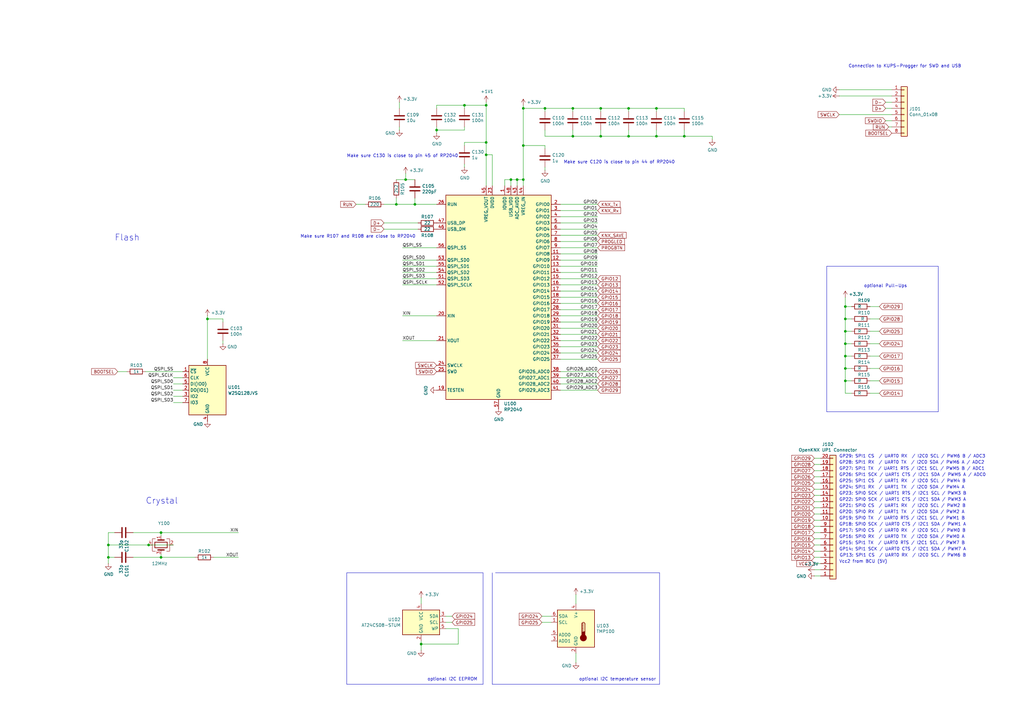
<source format=kicad_sch>
(kicad_sch (version 20231120) (generator "eeschema") (generator_version "8.0")
  (paper "A3")
  (title_block (title "UP1-Controller2040") (date "2025-01-27") (rev "V01.01") (company "OpenKNX") (comment 1 "by Ing-Dom <dom@ing-dom.de>") (comment 2 "OpenKNX Open Hardware under CC BY-NC-SA 4.0") (comment 3 "UP1-Controller PCB with RP2040 MCU") (comment 4 "https://OpenKNX.de"))
  (lib_symbols
    (symbol "Connector_Generic:Conn_01x08" (pin_names (offset 1.016) hide)
      (property "Reference" "J" (at 0 10.16 0))
      (property "Value" "Conn_01x08" (at 0 -12.7 0))
      (symbol "Conn_01x08_1_1"
        (pin passive line (at -5.08 7.62 0) (length 3.81) (name "Pin_1") (number "1"))
        (pin passive line (at -5.08 5.08 0) (length 3.81) (name "Pin_2") (number "2"))
        (pin passive line (at -5.08 2.54 0) (length 3.81) (name "Pin_3") (number "3"))
        (pin passive line (at -5.08 0 0) (length 3.81) (name "Pin_4") (number "4"))
        (pin passive line (at -5.08 -2.54 0) (length 3.81) (name "Pin_5") (number "5"))
        (pin passive line (at -5.08 -5.08 0) (length 3.81) (name "Pin_6") (number "6"))
        (pin passive line (at -5.08 -7.62 0) (length 3.81) (name "Pin_7") (number "7"))
        (pin passive line (at -5.08 -10.16 0) (length 3.81) (name "Pin_8") (number "8"))
      )
    )
    (symbol "Connector_Generic:Conn_01x20" (pin_names (offset 1.016) hide)
      (property "Reference" "J" (at 0 25.4 0))
      (property "Value" "Conn_01x20" (at 0 -27.94 0))
      (symbol "Conn_01x20_1_1"
        (pin passive line (at -5.08 22.86 0) (length 3.81) (name "Pin_1") (number "1"))
        (pin passive line (at -5.08 0 0) (length 3.81) (name "Pin_10") (number "10"))
        (pin passive line (at -5.08 -2.54 0) (length 3.81) (name "Pin_11") (number "11"))
        (pin passive line (at -5.08 -5.08 0) (length 3.81) (name "Pin_12") (number "12"))
        (pin passive line (at -5.08 -7.62 0) (length 3.81) (name "Pin_13") (number "13"))
        (pin passive line (at -5.08 -10.16 0) (length 3.81) (name "Pin_14") (number "14"))
        (pin passive line (at -5.08 -12.7 0) (length 3.81) (name "Pin_15") (number "15"))
        (pin passive line (at -5.08 -15.24 0) (length 3.81) (name "Pin_16") (number "16"))
        (pin passive line (at -5.08 -17.78 0) (length 3.81) (name "Pin_17") (number "17"))
        (pin passive line (at -5.08 -20.32 0) (length 3.81) (name "Pin_18") (number "18"))
        (pin passive line (at -5.08 -22.86 0) (length 3.81) (name "Pin_19") (number "19"))
        (pin passive line (at -5.08 20.32 0) (length 3.81) (name "Pin_2") (number "2"))
        (pin passive line (at -5.08 -25.4 0) (length 3.81) (name "Pin_20") (number "20"))
        (pin passive line (at -5.08 17.78 0) (length 3.81) (name "Pin_3") (number "3"))
        (pin passive line (at -5.08 15.24 0) (length 3.81) (name "Pin_4") (number "4"))
        (pin passive line (at -5.08 12.7 0) (length 3.81) (name "Pin_5") (number "5"))
        (pin passive line (at -5.08 10.16 0) (length 3.81) (name "Pin_6") (number "6"))
        (pin passive line (at -5.08 7.62 0) (length 3.81) (name "Pin_7") (number "7"))
        (pin passive line (at -5.08 5.08 0) (length 3.81) (name "Pin_8") (number "8"))
        (pin passive line (at -5.08 2.54 0) (length 3.81) (name "Pin_9") (number "9"))
      )
    )
    (symbol "Device:C" (pin_numbers hide) (pin_names (offset 0.254))
      (property "Reference" "C" (at 0.635 2.54 0))
      (property "Value" "C" (at 0.635 -2.54 0))
      (symbol "C_1_1"
        (pin passive line (at 0 3.81 270) (length 2.794) (name "~") (number "1"))
        (pin passive line (at 0 -3.81 90) (length 2.794) (name "~") (number "2"))
      )
    )
    (symbol "Device:Crystal_GND24" (pin_names (offset 1.016) hide)
      (property "Reference" "Y" (at 3.175 5.08 0))
      (property "Value" "Crystal_GND24" (at 3.175 3.175 0))
      (symbol "Crystal_GND24_1_1"
        (pin passive line (at -3.81 0 0) (length 1.27) (name "1") (number "1"))
        (pin passive line (at 0 5.08 270) (length 1.27) (name "2") (number "2"))
        (pin passive line (at 3.81 0 180) (length 1.27) (name "3") (number "3"))
        (pin passive line (at 0 -5.08 90) (length 1.27) (name "4") (number "4"))
      )
    )
    (symbol "Device:R" (pin_numbers hide) (pin_names (offset 0))
      (property "Reference" "R" (at 2.032 0 90))
      (property "Value" "R" (at 0 0 90))
      (symbol "R_1_1"
        (pin passive line (at 0 3.81 270) (length 1.27) (name "~") (number "1"))
        (pin passive line (at 0 -3.81 90) (length 1.27) (name "~") (number "2"))
      )
    )
    (symbol "MCU_RaspberryPi:RP2040"
      (property "Reference" "U" (at 17.78 45.72 0))
      (property "Value" "RP2040" (at 17.78 43.18 0))
      (symbol "RP2040_1_1"
        (pin power_in line (at 2.54 45.72 270) (length 3.81) (name "IOVDD") (number "1"))
        (pin passive line (at 2.54 45.72 270) (length 3.81) hide (name "IOVDD") (number "10"))
        (pin bidirectional line (at 25.4 17.78 180) (length 3.81) (name "GPIO8") (number "11"))
        (pin bidirectional line (at 25.4 15.24 180) (length 3.81) (name "GPIO9") (number "12"))
        (pin bidirectional line (at 25.4 12.7 180) (length 3.81) (name "GPIO10") (number "13"))
        (pin bidirectional line (at 25.4 10.16 180) (length 3.81) (name "GPIO11") (number "14"))
        (pin bidirectional line (at 25.4 7.62 180) (length 3.81) (name "GPIO12") (number "15"))
        (pin bidirectional line (at 25.4 5.08 180) (length 3.81) (name "GPIO13") (number "16"))
        (pin bidirectional line (at 25.4 2.54 180) (length 3.81) (name "GPIO14") (number "17"))
        (pin bidirectional line (at 25.4 0 180) (length 3.81) (name "GPIO15") (number "18"))
        (pin input line (at -25.4 -38.1 0) (length 3.81) (name "TESTEN") (number "19"))
        (pin bidirectional line (at 25.4 38.1 180) (length 3.81) (name "GPIO0") (number "2"))
        (pin input line (at -25.4 -7.62 0) (length 3.81) (name "XIN") (number "20"))
        (pin passive line (at -25.4 -17.78 0) (length 3.81) (name "XOUT") (number "21"))
        (pin passive line (at 2.54 45.72 270) (length 3.81) hide (name "IOVDD") (number "22"))
        (pin power_in line (at -2.54 45.72 270) (length 3.81) (name "DVDD") (number "23"))
        (pin input line (at -25.4 -27.94 0) (length 3.81) (name "SWCLK") (number "24"))
        (pin bidirectional line (at -25.4 -30.48 0) (length 3.81) (name "SWD") (number "25"))
        (pin input line (at -25.4 38.1 0) (length 3.81) (name "RUN") (number "26"))
        (pin bidirectional line (at 25.4 -2.54 180) (length 3.81) (name "GPIO16") (number "27"))
        (pin bidirectional line (at 25.4 -5.08 180) (length 3.81) (name "GPIO17") (number "28"))
        (pin bidirectional line (at 25.4 -7.62 180) (length 3.81) (name "GPIO18") (number "29"))
        (pin bidirectional line (at 25.4 35.56 180) (length 3.81) (name "GPIO1") (number "3"))
        (pin bidirectional line (at 25.4 -10.16 180) (length 3.81) (name "GPIO19") (number "30"))
        (pin bidirectional line (at 25.4 -12.7 180) (length 3.81) (name "GPIO20") (number "31"))
        (pin bidirectional line (at 25.4 -15.24 180) (length 3.81) (name "GPIO21") (number "32"))
        (pin passive line (at 2.54 45.72 270) (length 3.81) hide (name "IOVDD") (number "33"))
        (pin bidirectional line (at 25.4 -17.78 180) (length 3.81) (name "GPIO22") (number "34"))
        (pin bidirectional line (at 25.4 -20.32 180) (length 3.81) (name "GPIO23") (number "35"))
        (pin bidirectional line (at 25.4 -22.86 180) (length 3.81) (name "GPIO24") (number "36"))
        (pin bidirectional line (at 25.4 -25.4 180) (length 3.81) (name "GPIO25") (number "37"))
        (pin bidirectional line (at 25.4 -30.48 180) (length 3.81) (name "GPIO26_ADC0") (number "38"))
        (pin bidirectional line (at 25.4 -33.02 180) (length 3.81) (name "GPIO27_ADC1") (number "39"))
        (pin bidirectional line (at 25.4 33.02 180) (length 3.81) (name "GPIO2") (number "4"))
        (pin bidirectional line (at 25.4 -35.56 180) (length 3.81) (name "GPIO28_ADC2") (number "40"))
        (pin bidirectional line (at 25.4 -38.1 180) (length 3.81) (name "GPIO29_ADC3") (number "41"))
        (pin passive line (at 2.54 45.72 270) (length 3.81) hide (name "IOVDD") (number "42"))
        (pin power_in line (at 7.62 45.72 270) (length 3.81) (name "ADC_AVDD") (number "43"))
        (pin power_in line (at 10.16 45.72 270) (length 3.81) (name "VREG_IN") (number "44"))
        (pin power_out line (at -5.08 45.72 270) (length 3.81) (name "VREG_VOUT") (number "45"))
        (pin bidirectional line (at -25.4 27.94 0) (length 3.81) (name "USB_DM") (number "46"))
        (pin bidirectional line (at -25.4 30.48 0) (length 3.81) (name "USB_DP") (number "47"))
        (pin power_in line (at 5.08 45.72 270) (length 3.81) (name "USB_VDD") (number "48"))
        (pin passive line (at 2.54 45.72 270) (length 3.81) hide (name "IOVDD") (number "49"))
        (pin bidirectional line (at 25.4 30.48 180) (length 3.81) (name "GPIO3") (number "5"))
        (pin passive line (at -2.54 45.72 270) (length 3.81) hide (name "DVDD") (number "50"))
        (pin bidirectional line (at -25.4 7.62 0) (length 3.81) (name "QSPI_SD3") (number "51"))
        (pin output line (at -25.4 5.08 0) (length 3.81) (name "QSPI_SCLK") (number "52"))
        (pin bidirectional line (at -25.4 15.24 0) (length 3.81) (name "QSPI_SD0") (number "53"))
        (pin bidirectional line (at -25.4 10.16 0) (length 3.81) (name "QSPI_SD2") (number "54"))
        (pin bidirectional line (at -25.4 12.7 0) (length 3.81) (name "QSPI_SD1") (number "55"))
        (pin bidirectional line (at -25.4 20.32 0) (length 3.81) (name "QSPI_SS") (number "56"))
        (pin power_in line (at 0 -45.72 90) (length 3.81) (name "GND") (number "57"))
        (pin bidirectional line (at 25.4 27.94 180) (length 3.81) (name "GPIO4") (number "6"))
        (pin bidirectional line (at 25.4 25.4 180) (length 3.81) (name "GPIO5") (number "7"))
        (pin bidirectional line (at 25.4 22.86 180) (length 3.81) (name "GPIO6") (number "8"))
        (pin bidirectional line (at 25.4 20.32 180) (length 3.81) (name "GPIO7") (number "9"))
      )
    )
    (symbol "Memory_EEPROM:AT24CS08-STUM"
      (property "Reference" "U" (at -7.62 6.35 0))
      (property "Value" "AT24CS08-STUM" (at 2.54 -6.35 0))
      (symbol "AT24CS08-STUM_1_1"
        (pin input line (at 10.16 0 180) (length 2.54) (name "SCL") (number "1"))
        (pin power_in line (at 0 -7.62 90) (length 2.54) (name "GND") (number "2"))
        (pin bidirectional line (at 10.16 2.54 180) (length 2.54) (name "SDA") (number "3"))
        (pin power_in line (at 0 7.62 270) (length 2.54) (name "VCC") (number "4"))
        (pin input line (at 10.16 -2.54 180) (length 2.54) (name "WP") (number "5"))
      )
    )
    (symbol "Memory_Flash:W25Q128JVS"
      (property "Reference" "U" (at -6.35 11.43 0))
      (property "Value" "W25Q128JVS" (at 7.62 11.43 0))
      (symbol "W25Q128JVS_1_1"
        (pin input line (at -10.16 7.62 0) (length 2.54) (name "~{CS}") (number "1"))
        (pin bidirectional line (at -10.16 0 0) (length 2.54) (name "DO(IO1)") (number "2"))
        (pin bidirectional line (at -10.16 -2.54 0) (length 2.54) (name "IO2") (number "3"))
        (pin power_in line (at 0 -12.7 90) (length 2.54) (name "GND") (number "4"))
        (pin bidirectional line (at -10.16 2.54 0) (length 2.54) (name "DI(IO0)") (number "5"))
        (pin input line (at -10.16 5.08 0) (length 2.54) (name "CLK") (number "6"))
        (pin bidirectional line (at -10.16 -5.08 0) (length 2.54) (name "IO3") (number "7"))
        (pin power_in line (at 0 12.7 270) (length 2.54) (name "VCC") (number "8"))
      )
    )
    (symbol "Sensor_Temperature:TMP100"
      (property "Reference" "U" (at 10.16 6.35 0))
      (property "Value" "TMP100" (at 12.7 3.81 0))
      (symbol "TMP100_1_1"
        (pin input line (at -10.16 2.54 0) (length 2.54) (name "SCL") (number "1"))
        (pin power_in line (at 0 -10.16 90) (length 2.54) (name "GND") (number "2"))
        (pin input line (at -10.16 -5.08 0) (length 2.54) (name "ADD1") (number "3"))
        (pin power_in line (at 0 10.16 270) (length 2.54) (name "V+") (number "4"))
        (pin input line (at -10.16 -2.54 0) (length 2.54) (name "ADD0") (number "5"))
        (pin bidirectional line (at -10.16 5.08 0) (length 2.54) (name "SDA") (number "6"))
      )
    )
    (symbol "power:+1V1" (power) (pin_numbers hide) (pin_names (offset 0) hide)
      (property "Value" "+1V1" (at 0 3.556 0))
      (symbol "+1V1_1_1"
        (pin power_in line (at 0 0 90) (length 0) (name "~") (number "1"))
      )
    )
    (symbol "power:+3.3V" (power) (pin_numbers hide) (pin_names (offset 0) hide)
      (property "Value" "+3.3V" (at 0 3.556 0))
      (symbol "+3.3V_1_1"
        (pin power_in line (at 0 0 90) (length 0) (name "~") (number "1"))
      )
    )
    (symbol "power:GND" (power) (pin_numbers hide) (pin_names (offset 0) hide)
      (property "Value" "GND" (at 0 -3.81 0))
      (symbol "GND_1_1"
        (pin power_in line (at 0 0 270) (length 0) (name "~") (number "1"))
      )
    )
  )
  (junction (at 66.04 218.44))
  (junction (at 179.07 53.34))
  (junction (at 223.52 44.45))
  (junction (at 199.39 63.5))
  (junction (at 214.63 44.45))
  (junction (at 269.24 55.88))
  (junction (at 234.95 44.45))
  (junction (at 66.04 228.6))
  (junction (at 257.81 44.45))
  (junction (at 346.71 151.13))
  (junction (at 346.71 146.05))
  (junction (at 346.71 140.97))
  (junction (at 346.71 125.73))
  (junction (at 162.56 83.82))
  (junction (at 346.71 130.81))
  (junction (at 212.09 73.66))
  (junction (at 214.63 59.69))
  (junction (at 199.39 58.42))
  (junction (at 257.81 55.88))
  (junction (at 166.37 73.66))
  (junction (at 85.09 130.81))
  (junction (at 44.45 223.52))
  (junction (at 234.95 55.88))
  (junction (at 346.71 156.21))
  (junction (at 170.18 83.82))
  (junction (at 199.39 43.18))
  (junction (at 269.24 44.45))
  (junction (at 190.5 43.18))
  (junction (at 214.63 73.66))
  (junction (at 172.72 264.16))
  (junction (at 60.96 223.52))
  (junction (at 246.38 55.88))
  (junction (at 246.38 44.45))
  (junction (at 346.71 135.89))
  (junction (at 280.67 55.88))
  (junction (at 209.55 73.66))
  (junction (at 44.45 228.6))
  (wire (pts (xy 71.12 223.52) (xy 60.96 223.52)))
  (wire (pts (xy 346.71 121.92) (xy 346.71 125.73)))
  (wire (pts (xy 229.87 132.08) (xy 245.11 132.08)))
  (wire (pts (xy 229.87 142.24) (xy 245.11 142.24)))
  (wire (pts (xy 199.39 58.42) (xy 199.39 63.5)))
  (wire (pts (xy 46.99 218.44) (xy 44.45 218.44)))
  (wire (pts (xy 48.26 152.4) (xy 52.07 152.4)))
  (wire (pts (xy 229.87 104.14) (xy 245.11 104.14)))
  (wire (pts (xy 346.71 125.73) (xy 346.71 130.81)))
  (polyline (pts (xy 339.09 109.22) (xy 339.09 168.91)))
  (wire (pts (xy 46.99 228.6) (xy 44.45 228.6)))
  (wire (pts (xy 229.87 129.54) (xy 245.11 129.54)))
  (polyline (pts (xy 198.12 280.67) (xy 198.12 234.95)))
  (wire (pts (xy 185.42 252.73) (xy 182.88 252.73)))
  (wire (pts (xy 344.17 46.99) (xy 365.76 46.99)))
  (wire (pts (xy 280.67 45.72) (xy 280.67 44.45)))
  (polyline (pts (xy 384.81 168.91) (xy 384.81 109.22)))
  (wire (pts (xy 336.55 220.98) (xy 334.01 220.98)))
  (wire (pts (xy 87.63 228.6) (xy 97.79 228.6)))
  (wire (pts (xy 349.25 130.81) (xy 346.71 130.81)))
  (wire (pts (xy 199.39 43.18) (xy 199.39 58.42)))
  (wire (pts (xy 349.25 135.89) (xy 346.71 135.89)))
  (wire (pts (xy 166.37 71.12) (xy 166.37 73.66)))
  (wire (pts (xy 363.22 49.53) (xy 365.76 49.53)))
  (wire (pts (xy 157.48 83.82) (xy 162.56 83.82)))
  (wire (pts (xy 356.87 156.21) (xy 360.68 156.21)))
  (wire (pts (xy 44.45 223.52) (xy 44.45 228.6)))
  (wire (pts (xy 229.87 83.82) (xy 245.11 83.82)))
  (wire (pts (xy 280.67 53.34) (xy 280.67 55.88)))
  (wire (pts (xy 234.95 53.34) (xy 234.95 55.88)))
  (wire (pts (xy 334.01 228.6) (xy 336.55 228.6)))
  (wire (pts (xy 346.71 161.29) (xy 349.25 161.29)))
  (wire (pts (xy 190.5 59.69) (xy 190.5 58.42)))
  (wire (pts (xy 172.72 262.89) (xy 172.72 264.16)))
  (wire (pts (xy 146.05 83.82) (xy 149.86 83.82)))
  (wire (pts (xy 229.87 127) (xy 245.11 127)))
  (wire (pts (xy 334.01 213.36) (xy 336.55 213.36)))
  (wire (pts (xy 179.07 53.34) (xy 190.5 53.34)))
  (wire (pts (xy 363.22 44.45) (xy 365.76 44.45)))
  (wire (pts (xy 214.63 44.45) (xy 214.63 59.69)))
  (wire (pts (xy 257.81 44.45) (xy 269.24 44.45)))
  (wire (pts (xy 71.12 160.02) (xy 74.93 160.02)))
  (wire (pts (xy 229.87 96.52) (xy 245.11 96.52)))
  (wire (pts (xy 162.56 83.82) (xy 170.18 83.82)))
  (wire (pts (xy 170.18 81.28) (xy 170.18 83.82)))
  (wire (pts (xy 334.01 233.68) (xy 336.55 233.68)))
  (wire (pts (xy 229.87 99.06) (xy 245.11 99.06)))
  (wire (pts (xy 71.12 157.48) (xy 74.93 157.48)))
  (wire (pts (xy 229.87 93.98) (xy 245.11 93.98)))
  (wire (pts (xy 85.09 130.81) (xy 85.09 147.32)))
  (wire (pts (xy 334.01 187.96) (xy 336.55 187.96)))
  (wire (pts (xy 234.95 44.45) (xy 246.38 44.45)))
  (wire (pts (xy 229.87 91.44) (xy 245.11 91.44)))
  (wire (pts (xy 162.56 81.28) (xy 162.56 83.82)))
  (wire (pts (xy 171.45 93.98) (xy 157.48 93.98)))
  (wire (pts (xy 166.37 73.66) (xy 162.56 73.66)))
  (wire (pts (xy 179.07 44.45) (xy 179.07 43.18)))
  (wire (pts (xy 190.5 67.31) (xy 190.5 68.58)))
  (wire (pts (xy 229.87 111.76) (xy 245.11 111.76)))
  (wire (pts (xy 349.25 125.73) (xy 346.71 125.73)))
  (wire (pts (xy 71.12 162.56) (xy 74.93 162.56)))
  (polyline (pts (xy 203.2 234.95) (xy 270.51 234.95)))
  (polyline (pts (xy 201.93 280.67) (xy 201.93 234.95)))
  (wire (pts (xy 360.68 130.81) (xy 356.87 130.81)))
  (wire (pts (xy 201.93 76.2) (xy 201.93 63.5)))
  (wire (pts (xy 229.87 106.68) (xy 245.11 106.68)))
  (wire (pts (xy 334.01 205.74) (xy 336.55 205.74)))
  (wire (pts (xy 187.96 264.16) (xy 187.96 257.81)))
  (wire (pts (xy 334.01 218.44) (xy 336.55 218.44)))
  (wire (pts (xy 344.17 36.83) (xy 365.76 36.83)))
  (wire (pts (xy 165.1 114.3) (xy 179.07 114.3)))
  (wire (pts (xy 344.17 39.37) (xy 365.76 39.37)))
  (wire (pts (xy 179.07 43.18) (xy 190.5 43.18)))
  (wire (pts (xy 229.87 137.16) (xy 245.11 137.16)))
  (wire (pts (xy 229.87 88.9) (xy 245.11 88.9)))
  (wire (pts (xy 280.67 55.88) (xy 269.24 55.88)))
  (polyline (pts (xy 270.51 234.95) (xy 270.51 280.67)))
  (wire (pts (xy 172.72 264.16) (xy 187.96 264.16)))
  (wire (pts (xy 269.24 44.45) (xy 280.67 44.45)))
  (wire (pts (xy 190.5 53.34) (xy 190.5 52.07)))
  (wire (pts (xy 336.55 195.58) (xy 334.01 195.58)))
  (wire (pts (xy 246.38 55.88) (xy 234.95 55.88)))
  (wire (pts (xy 71.12 165.1) (xy 74.93 165.1)))
  (wire (pts (xy 229.87 157.48) (xy 245.11 157.48)))
  (wire (pts (xy 336.55 226.06) (xy 334.01 226.06)))
  (wire (pts (xy 201.93 63.5) (xy 199.39 63.5)))
  (wire (pts (xy 91.44 130.81) (xy 85.09 130.81)))
  (wire (pts (xy 229.87 116.84) (xy 245.11 116.84)))
  (wire (pts (xy 199.39 63.5) (xy 199.39 76.2)))
  (wire (pts (xy 59.69 152.4) (xy 74.93 152.4)))
  (wire (pts (xy 54.61 218.44) (xy 66.04 218.44)))
  (wire (pts (xy 229.87 119.38) (xy 245.11 119.38)))
  (wire (pts (xy 346.71 146.05) (xy 346.71 151.13)))
  (wire (pts (xy 269.24 53.34) (xy 269.24 55.88)))
  (wire (pts (xy 229.87 152.4) (xy 245.11 152.4)))
  (wire (pts (xy 222.25 255.27) (xy 226.06 255.27)))
  (wire (pts (xy 179.07 101.6) (xy 165.1 101.6)))
  (wire (pts (xy 66.04 219.71) (xy 66.04 218.44)))
  (wire (pts (xy 229.87 124.46) (xy 245.11 124.46)))
  (wire (pts (xy 334.01 215.9) (xy 336.55 215.9)))
  (wire (pts (xy 349.25 156.21) (xy 346.71 156.21)))
  (wire (pts (xy 207.01 73.66) (xy 209.55 73.66)))
  (wire (pts (xy 334.01 231.14) (xy 336.55 231.14)))
  (wire (pts (xy 360.68 140.97) (xy 356.87 140.97)))
  (polyline (pts (xy 339.09 168.91) (xy 384.81 168.91)))
  (wire (pts (xy 223.52 68.58) (xy 223.52 69.85)))
  (polyline (pts (xy 142.24 234.95) (xy 142.24 280.67)))
  (wire (pts (xy 44.45 218.44) (xy 44.45 223.52)))
  (wire (pts (xy 190.5 43.18) (xy 199.39 43.18)))
  (wire (pts (xy 212.09 73.66) (xy 214.63 73.66)))
  (wire (pts (xy 226.06 252.73) (xy 222.25 252.73)))
  (wire (pts (xy 223.52 53.34) (xy 223.52 55.88)))
  (wire (pts (xy 172.72 264.16) (xy 172.72 266.7)))
  (wire (pts (xy 60.96 223.52) (xy 44.45 223.52)))
  (wire (pts (xy 246.38 44.45) (xy 257.81 44.45)))
  (wire (pts (xy 363.22 41.91) (xy 365.76 41.91)))
  (wire (pts (xy 269.24 55.88) (xy 257.81 55.88)))
  (wire (pts (xy 334.01 210.82) (xy 336.55 210.82)))
  (wire (pts (xy 66.04 227.33) (xy 66.04 228.6)))
  (wire (pts (xy 236.22 243.84) (xy 236.22 247.65)))
  (wire (pts (xy 229.87 147.32) (xy 245.11 147.32)))
  (wire (pts (xy 334.01 203.2) (xy 336.55 203.2)))
  (wire (pts (xy 207.01 76.2) (xy 207.01 73.66)))
  (wire (pts (xy 91.44 139.7) (xy 91.44 140.97)))
  (wire (pts (xy 165.1 109.22) (xy 179.07 109.22)))
  (wire (pts (xy 165.1 129.54) (xy 179.07 129.54)))
  (wire (pts (xy 229.87 144.78) (xy 245.11 144.78)))
  (wire (pts (xy 269.24 45.72) (xy 269.24 44.45)))
  (wire (pts (xy 349.25 151.13) (xy 346.71 151.13)))
  (wire (pts (xy 346.71 130.81) (xy 346.71 135.89)))
  (wire (pts (xy 165.1 106.68) (xy 179.07 106.68)))
  (wire (pts (xy 54.61 228.6) (xy 66.04 228.6)))
  (wire (pts (xy 356.87 146.05) (xy 360.68 146.05)))
  (wire (pts (xy 66.04 218.44) (xy 97.79 218.44)))
  (wire (pts (xy 336.55 200.66) (xy 334.01 200.66)))
  (wire (pts (xy 214.63 43.18) (xy 214.63 44.45)))
  (wire (pts (xy 172.72 245.11) (xy 172.72 247.65)))
  (wire (pts (xy 229.87 160.02) (xy 245.11 160.02)))
  (wire (pts (xy 334.01 236.22) (xy 336.55 236.22)))
  (wire (pts (xy 336.55 208.28) (xy 334.01 208.28)))
  (polyline (pts (xy 198.12 234.95) (xy 142.24 234.95)))
  (wire (pts (xy 214.63 59.69) (xy 223.52 59.69)))
  (wire (pts (xy 229.87 139.7) (xy 245.11 139.7)))
  (polyline (pts (xy 384.81 109.22) (xy 339.09 109.22)))
  (wire (pts (xy 179.07 116.84) (xy 165.1 116.84)))
  (wire (pts (xy 349.25 146.05) (xy 346.71 146.05)))
  (wire (pts (xy 334.01 193.04) (xy 336.55 193.04)))
  (wire (pts (xy 334.01 223.52) (xy 336.55 223.52)))
  (wire (pts (xy 91.44 132.08) (xy 91.44 130.81)))
  (wire (pts (xy 209.55 73.66) (xy 209.55 76.2)))
  (wire (pts (xy 280.67 55.88) (xy 292.1 55.88)))
  (wire (pts (xy 44.45 228.6) (xy 44.45 231.14)))
  (wire (pts (xy 364.49 52.07) (xy 365.76 52.07)))
  (wire (pts (xy 346.71 151.13) (xy 346.71 156.21)))
  (wire (pts (xy 85.09 129.54) (xy 85.09 130.81)))
  (polyline (pts (xy 142.24 280.67) (xy 198.12 280.67)))
  (wire (pts (xy 229.87 86.36) (xy 245.11 86.36)))
  (wire (pts (xy 165.1 111.76) (xy 179.07 111.76)))
  (wire (pts (xy 185.42 255.27) (xy 182.88 255.27)))
  (wire (pts (xy 190.5 44.45) (xy 190.5 43.18)))
  (wire (pts (xy 223.52 45.72) (xy 223.52 44.45)))
  (wire (pts (xy 212.09 73.66) (xy 212.09 76.2)))
  (wire (pts (xy 163.83 52.07) (xy 163.83 53.34)))
  (wire (pts (xy 229.87 154.94) (xy 245.11 154.94)))
  (wire (pts (xy 223.52 60.96) (xy 223.52 59.69)))
  (polyline (pts (xy 270.51 280.67) (xy 201.93 280.67)))
  (wire (pts (xy 71.12 154.94) (xy 74.93 154.94)))
  (wire (pts (xy 234.95 45.72) (xy 234.95 44.45)))
  (wire (pts (xy 209.55 73.66) (xy 212.09 73.66)))
  (wire (pts (xy 171.45 91.44) (xy 157.48 91.44)))
  (wire (pts (xy 229.87 114.3) (xy 245.11 114.3)))
  (wire (pts (xy 229.87 101.6) (xy 245.11 101.6)))
  (wire (pts (xy 229.87 134.62) (xy 245.11 134.62)))
  (wire (pts (xy 346.71 140.97) (xy 346.71 146.05)))
  (wire (pts (xy 199.39 41.91) (xy 199.39 43.18)))
  (wire (pts (xy 190.5 58.42) (xy 199.39 58.42)))
  (wire (pts (xy 292.1 55.88) (xy 292.1 57.15)))
  (wire (pts (xy 346.71 156.21) (xy 346.71 161.29)))
  (wire (pts (xy 236.22 267.97) (xy 236.22 271.78)))
  (wire (pts (xy 214.63 73.66) (xy 214.63 76.2)))
  (wire (pts (xy 360.68 151.13) (xy 356.87 151.13)))
  (wire (pts (xy 170.18 83.82) (xy 179.07 83.82)))
  (wire (pts (xy 257.81 55.88) (xy 246.38 55.88)))
  (wire (pts (xy 229.87 109.22) (xy 245.11 109.22)))
  (wire (pts (xy 257.81 45.72) (xy 257.81 44.45)))
  (wire (pts (xy 214.63 44.45) (xy 223.52 44.45)))
  (wire (pts (xy 179.07 52.07) (xy 179.07 53.34)))
  (wire (pts (xy 187.96 257.81) (xy 182.88 257.81)))
  (wire (pts (xy 246.38 53.34) (xy 246.38 55.88)))
  (wire (pts (xy 229.87 121.92) (xy 245.11 121.92)))
  (wire (pts (xy 163.83 41.91) (xy 163.83 44.45)))
  (wire (pts (xy 214.63 59.69) (xy 214.63 73.66)))
  (wire (pts (xy 234.95 55.88) (xy 223.52 55.88)))
  (wire (pts (xy 257.81 53.34) (xy 257.81 55.88)))
  (wire (pts (xy 360.68 125.73) (xy 356.87 125.73)))
  (wire (pts (xy 179.07 53.34) (xy 179.07 54.61)))
  (wire (pts (xy 336.55 190.5) (xy 334.01 190.5)))
  (wire (pts (xy 356.87 135.89) (xy 360.68 135.89)))
  (wire (pts (xy 179.07 139.7) (xy 165.1 139.7)))
  (wire (pts (xy 360.68 161.29) (xy 356.87 161.29)))
  (wire (pts (xy 334.01 198.12) (xy 336.55 198.12)))
  (wire (pts (xy 346.71 135.89) (xy 346.71 140.97)))
  (wire (pts (xy 170.18 73.66) (xy 166.37 73.66)))
  (wire (pts (xy 246.38 45.72) (xy 246.38 44.45)))
  (wire (pts (xy 346.71 140.97) (xy 349.25 140.97)))
  (wire (pts (xy 223.52 44.45) (xy 234.95 44.45)))
  (wire (pts (xy 66.04 228.6) (xy 80.01 228.6)))
  (text "Vcc2 from BCU (5V)" (at 344.17 231.14 0) (effects (font (size 1.27 1.27)) (justify left bottom)))
  (text "GP26: SPI1 SCK / UART1 CTS / I2C1 SDA / PWM5 A / ADC0" (at 344.17 195.58 0) (effects (font (size 1.27 1.27)) (justify left bottom)))
  (text "Make sure C130 is close to pin 45 of RP2040" (at 142.24 64.77 0) (effects (font (size 1.27 1.27)) (justify left bottom)))
  (text "GP24: SPI1 RX  / UART1 TX  / I2C0 SDA / PWM4 A" (at 344.17 200.66 0) (effects (font (size 1.27 1.27)) (justify left bottom)))
  (text "optional I2C temperature sensor" (at 237.49 279.4 0) (effects (font (size 1.27 1.27)) (justify left bottom)))
  (text "GP14: SPI1 SCK / UART0 CTS / I2C1 SDA / PWM7 A" (at 344.17 226.06 0) (effects (font (size 1.27 1.27)) (justify left bottom)))
  (text "GP25: SPI1 CS  / UART1 RX  / I2C0 SCL / PWM4 B" (at 344.17 198.12 0) (effects (font (size 1.27 1.27)) (justify left bottom)))
  (text "Flash" (at 46.99 99.06 0) (effects (font (size 2.54 2.54)) (justify left bottom)))
  (text "GP19: SPI0 TX  / UART0 RTS / I2C1 SCL / PWM1 B" (at 344.17 213.36 0) (effects (font (size 1.27 1.27)) (justify left bottom)))
  (text "optional I2C EEPROM" (at 175.26 279.4 0) (effects (font (size 1.27 1.27)) (justify left bottom)))
  (text "Crystal" (at 59.69 207.01 0) (effects (font (size 2.54 2.54)) (justify left bottom)))
  (text "GP29: SPI1 CS  / UART0 RX  / I2C0 SCL / PWM6 B / ADC3" (at 344.17 187.96 0) (effects (font (size 1.27 1.27)) (justify left bottom)))
  (text "GP20: SPI0 RX  / UART1 TX  / I2C0 SDA / PWM2 A" (at 344.17 210.82 0) (effects (font (size 1.27 1.27)) (justify left bottom)))
  (text "optional Pull-Ups" (at 354.33 118.11 0) (effects (font (size 1.27 1.27)) (justify left bottom)))
  (text "GP13: SPI1 CS  / UART0 RX  / I2C0 SCL / PWM6 B" (at 396.24 228.6 0) (effects (font (size 1.27 1.27)) (justify right bottom)))
  (text "GP21: SPI0 CS  / UART1 RX  / I2C0 SCL / PWM2 B" (at 344.17 208.28 0) (effects (font (size 1.27 1.27)) (justify left bottom)))
  (text "GP17: SPI0 CS  / UART0 RX  / I2C0 SCL / PWM0 B" (at 344.17 218.44 0) (effects (font (size 1.27 1.27)) (justify left bottom)))
  (text "GP16: SPI0 RX  / UART0 TX  / I2C0 SDA / PWM0 A" (at 344.17 220.98 0) (effects (font (size 1.27 1.27)) (justify left bottom)))
  (text "GP23: SPI0 SCK / UART1 RTS / I2C1 SCL / PWM3 B" (at 344.17 203.2 0) (effects (font (size 1.27 1.27)) (justify left bottom)))
  (text "Connection to KUPS-Progger for SWD and USB" (at 347.98 27.94 0) (effects (font (size 1.27 1.27)) (justify left bottom)))
  (text "GP15: SPI1 TX  / UART0 RTS / I2C1 SCL / PWM7 B" (at 344.17 223.52 0) (effects (font (size 1.27 1.27)) (justify left bottom)))
  (text "GP28: SPI1 RX  / UART0 TX  / I2C0 SDA / PWM6 A / ADC2" (at 344.17 190.5 0) (effects (font (size 1.27 1.27)) (justify left bottom)))
  (text "Make sure C120 is close to pin 44 of RP2040" (at 231.14 67.31 0) (effects (font (size 1.27 1.27)) (justify left bottom)))
  (text "GP18: SPI0 SCK / UART0 CTS / I2C1 SDA / PWM1 A" (at 344.17 215.9 0) (effects (font (size 1.27 1.27)) (justify left bottom)))
  (text "GP27: SPI1 TX  / UART1 RTS / I2C1 SCL / PWM5 B / ADC1" (at 344.17 193.04 0) (effects (font (size 1.27 1.27)) (justify left bottom)))
  (text "GP22: SPI0 SCK / UART1 CTS / I2C1 SDA / PWM3 A" (at 344.17 205.74 0) (effects (font (size 1.27 1.27)) (justify left bottom)))
  (text "Make sure R107 and R108 are close to RP2040" (at 123.19 97.79 0) (effects (font (size 1.27 1.27)) (justify left bottom)))
  (label "GPIO21" (at 245.11 137.16 180))
  (label "GPIO26_ADC0" (at 245.11 152.4 180))
  (label "XOUT" (at 165.1 139.7 0))
  (label "GPIO28_ADC2" (at 245.11 157.48 180))
  (label "GPIO20" (at 245.11 134.62 180))
  (label "XIN" (at 97.79 218.44 180))
  (label "QSPI_SS" (at 165.1 101.6 0))
  (label "GPIO16" (at 245.11 124.46 180))
  (label "QSPI_SD0" (at 165.1 106.68 0))
  (label "QSPI_SCLK" (at 71.12 154.94 180))
  (label "GPIO0" (at 245.11 83.82 180))
  (label "GPIO2" (at 245.11 88.9 180))
  (label "GPIO27_ADC1" (at 245.11 154.94 180))
  (label "QSPI_SD3" (at 71.12 165.1 180))
  (label "GPIO22" (at 245.11 139.7 180))
  (label "QSPI_SS" (at 71.12 152.4 180))
  (label "QSPI_SD1" (at 165.1 109.22 0))
  (label "GPIO9" (at 245.11 106.68 180))
  (label "GPIO13" (at 245.11 116.84 180))
  (label "QSPI_SD2" (at 165.1 111.76 0))
  (label "XIN" (at 165.1 129.54 0))
  (label "GPIO17" (at 245.11 127 180))
  (label "GPIO12" (at 245.11 114.3 180))
  (label "GPIO8" (at 245.11 104.14 180))
  (label "XOUT" (at 97.79 228.6 180))
  (label "GPIO23" (at 245.11 142.24 180))
  (label "GPIO11" (at 245.11 111.76 180))
  (label "GPIO18" (at 245.11 129.54 180))
  (label "GPIO19" (at 245.11 132.08 180))
  (label "QSPI_SD2" (at 71.12 162.56 180))
  (label "GPIO1" (at 245.11 86.36 180))
  (label "QSPI_SCLK" (at 165.1 116.84 0))
  (label "QSPI_SD1" (at 71.12 160.02 180))
  (label "GPIO15" (at 245.11 121.92 180))
  (label "QSPI_SD3" (at 165.1 114.3 0))
  (label "QSPI_SD0" (at 71.12 157.48 180))
  (label "GPIO24" (at 245.11 144.78 180))
  (label "GPIO5" (at 245.11 96.52 180))
  (label "GPIO14" (at 245.11 119.38 180))
  (label "GPIO6" (at 245.11 99.06 180))
  (label "GPIO25" (at 245.11 147.32 180))
  (label "GPIO10" (at 245.11 109.22 180))
  (label "GPIO4" (at 245.11 93.98 180))
  (label "GPIO3" (at 245.11 91.44 180))
  (label "GPIO7" (at 245.11 101.6 180))
  (label "GPIO29_ADC3" (at 245.11 160.02 180))
  (global_label "GPIO27" (shape input) (at 245.11 154.94 0) (property "Intersheetrefs" "${INTERSHEET_REFS}" (effects (hide yes))))
  (global_label "GPIO15" (shape input) (at 360.68 156.21 0) (property "Intersheetrefs" "${INTERSHEET_REFS}" (effects (hide yes))))
  (global_label "GPIO13" (shape input) (at 334.01 228.6 180) (property "Intersheetrefs" "${INTERSHEET_REFS}" (effects (hide yes))))
  (global_label "D-" (shape input) (at 157.48 93.98 180) (property "Intersheetrefs" "${INTERSHEET_REFS}" (effects (hide yes))))
  (global_label "GPIO28" (shape input) (at 334.01 190.5 180) (property "Intersheetrefs" "${INTERSHEET_REFS}" (effects (hide yes))))
  (global_label "GPIO24" (shape input) (at 334.01 200.66 180) (property "Intersheetrefs" "${INTERSHEET_REFS}" (effects (hide yes))))
  (global_label "GPIO20" (shape input) (at 245.11 134.62 0) (property "Intersheetrefs" "${INTERSHEET_REFS}" (effects (hide yes))))
  (global_label "GPIO24" (shape input) (at 185.42 252.73 0) (property "Intersheetrefs" "${INTERSHEET_REFS}" (effects (hide yes))))
  (global_label "RUN" (shape input) (at 146.05 83.82 180) (property "Intersheetrefs" "${INTERSHEET_REFS}" (effects (hide yes))))
  (global_label "D+" (shape input) (at 157.48 91.44 180) (property "Intersheetrefs" "${INTERSHEET_REFS}" (effects (hide yes))))
  (global_label "D-" (shape input) (at 363.22 41.91 180) (property "Intersheetrefs" "${INTERSHEET_REFS}" (effects (hide yes))))
  (global_label "VCC2" (shape input) (at 334.01 231.14 180) (property "Intersheetrefs" "${INTERSHEET_REFS}" (effects (hide yes))))
  (global_label "GPIO25" (shape input) (at 360.68 135.89 0) (property "Intersheetrefs" "${INTERSHEET_REFS}" (effects (hide yes))))
  (global_label "GPIO29" (shape input) (at 245.11 160.02 0) (property "Intersheetrefs" "${INTERSHEET_REFS}" (effects (hide yes))))
  (global_label "GPIO17" (shape input) (at 245.11 127 0) (property "Intersheetrefs" "${INTERSHEET_REFS}" (effects (hide yes))))
  (global_label "GPIO18" (shape input) (at 245.11 129.54 0) (property "Intersheetrefs" "${INTERSHEET_REFS}" (effects (hide yes))))
  (global_label "GPIO22" (shape input) (at 245.11 139.7 0) (property "Intersheetrefs" "${INTERSHEET_REFS}" (effects (hide yes))))
  (global_label "GPIO27" (shape input) (at 334.01 193.04 180) (property "Intersheetrefs" "${INTERSHEET_REFS}" (effects (hide yes))))
  (global_label "PROGLED" (shape input) (at 245.11 99.06 0) (property "Intersheetrefs" "${INTERSHEET_REFS}" (effects (hide yes))))
  (global_label "GPIO13" (shape input) (at 245.11 116.84 0) (property "Intersheetrefs" "${INTERSHEET_REFS}" (effects (hide yes))))
  (global_label "D+" (shape input) (at 363.22 44.45 180) (property "Intersheetrefs" "${INTERSHEET_REFS}" (effects (hide yes))))
  (global_label "SWDIO" (shape input) (at 179.07 152.4 180) (property "Intersheetrefs" "${INTERSHEET_REFS}" (effects (hide yes))))
  (global_label "BOOTSEL" (shape input) (at 365.76 54.61 180) (property "Intersheetrefs" "${INTERSHEET_REFS}" (effects (hide yes))))
  (global_label "GPIO24" (shape input) (at 222.25 252.73 180) (property "Intersheetrefs" "${INTERSHEET_REFS}" (effects (hide yes))))
  (global_label "GPIO14" (shape input) (at 245.11 119.38 0) (property "Intersheetrefs" "${INTERSHEET_REFS}" (effects (hide yes))))
  (global_label "GPIO21" (shape input) (at 245.11 137.16 0) (property "Intersheetrefs" "${INTERSHEET_REFS}" (effects (hide yes))))
  (global_label "GPIO28" (shape input) (at 360.68 130.81 0) (property "Intersheetrefs" "${INTERSHEET_REFS}" (effects (hide yes))))
  (global_label "PROGBTN" (shape input) (at 245.11 101.6 0) (property "Intersheetrefs" "${INTERSHEET_REFS}" (effects (hide yes))))
  (global_label "GPIO14" (shape input) (at 334.01 226.06 180) (property "Intersheetrefs" "${INTERSHEET_REFS}" (effects (hide yes))))
  (global_label "GPIO25" (shape input) (at 334.01 198.12 180) (property "Intersheetrefs" "${INTERSHEET_REFS}" (effects (hide yes))))
  (global_label "GPIO26" (shape input) (at 245.11 152.4 0) (property "Intersheetrefs" "${INTERSHEET_REFS}" (effects (hide yes))))
  (global_label "GPIO16" (shape input) (at 360.68 151.13 0) (property "Intersheetrefs" "${INTERSHEET_REFS}" (effects (hide yes))))
  (global_label "GPIO17" (shape input) (at 334.01 218.44 180) (property "Intersheetrefs" "${INTERSHEET_REFS}" (effects (hide yes))))
  (global_label "GPIO21" (shape input) (at 334.01 208.28 180) (property "Intersheetrefs" "${INTERSHEET_REFS}" (effects (hide yes))))
  (global_label "RUN" (shape input) (at 364.49 52.07 180) (property "Intersheetrefs" "${INTERSHEET_REFS}" (effects (hide yes))))
  (global_label "BOOTSEL" (shape input) (at 48.26 152.4 180) (property "Intersheetrefs" "${INTERSHEET_REFS}" (effects (hide yes))))
  (global_label "KNX_SAVE" (shape input) (at 245.11 96.52 0) (property "Intersheetrefs" "${INTERSHEET_REFS}" (effects (hide yes))))
  (global_label "GPIO15" (shape input) (at 245.11 121.92 0) (property "Intersheetrefs" "${INTERSHEET_REFS}" (effects (hide yes))))
  (global_label "GPIO25" (shape input) (at 185.42 255.27 0) (property "Intersheetrefs" "${INTERSHEET_REFS}" (effects (hide yes))))
  (global_label "GPIO23" (shape input) (at 334.01 203.2 180) (property "Intersheetrefs" "${INTERSHEET_REFS}" (effects (hide yes))))
  (global_label "GPIO19" (shape input) (at 245.11 132.08 0) (property "Intersheetrefs" "${INTERSHEET_REFS}" (effects (hide yes))))
  (global_label "SWDIO" (shape input) (at 363.22 49.53 180) (property "Intersheetrefs" "${INTERSHEET_REFS}" (effects (hide yes))))
  (global_label "GPIO19" (shape input) (at 334.01 213.36 180) (property "Intersheetrefs" "${INTERSHEET_REFS}" (effects (hide yes))))
  (global_label "GPIO16" (shape input) (at 245.11 124.46 0) (property "Intersheetrefs" "${INTERSHEET_REFS}" (effects (hide yes))))
  (global_label "KNX_Rx" (shape input) (at 245.11 86.36 0) (property "Intersheetrefs" "${INTERSHEET_REFS}" (effects (hide yes))))
  (global_label "GPIO29" (shape input) (at 334.01 187.96 180) (property "Intersheetrefs" "${INTERSHEET_REFS}" (effects (hide yes))))
  (global_label "GPIO26" (shape input) (at 334.01 195.58 180) (property "Intersheetrefs" "${INTERSHEET_REFS}" (effects (hide yes))))
  (global_label "GPIO12" (shape input) (at 245.11 114.3 0) (property "Intersheetrefs" "${INTERSHEET_REFS}" (effects (hide yes))))
  (global_label "GPIO25" (shape input) (at 245.11 147.32 0) (property "Intersheetrefs" "${INTERSHEET_REFS}" (effects (hide yes))))
  (global_label "GPIO15" (shape input) (at 334.01 223.52 180) (property "Intersheetrefs" "${INTERSHEET_REFS}" (effects (hide yes))))
  (global_label "GPIO20" (shape input) (at 334.01 210.82 180) (property "Intersheetrefs" "${INTERSHEET_REFS}" (effects (hide yes))))
  (global_label "GPIO28" (shape input) (at 245.11 157.48 0) (property "Intersheetrefs" "${INTERSHEET_REFS}" (effects (hide yes))))
  (global_label "GPIO14" (shape input) (at 360.68 161.29 0) (property "Intersheetrefs" "${INTERSHEET_REFS}" (effects (hide yes))))
  (global_label "GPIO29" (shape input) (at 360.68 125.73 0) (property "Intersheetrefs" "${INTERSHEET_REFS}" (effects (hide yes))))
  (global_label "GPIO22" (shape input) (at 334.01 205.74 180) (property "Intersheetrefs" "${INTERSHEET_REFS}" (effects (hide yes))))
  (global_label "GPIO16" (shape input) (at 334.01 220.98 180) (property "Intersheetrefs" "${INTERSHEET_REFS}" (effects (hide yes))))
  (global_label "GPIO17" (shape input) (at 360.68 146.05 0) (property "Intersheetrefs" "${INTERSHEET_REFS}" (effects (hide yes))))
  (global_label "GPIO18" (shape input) (at 334.01 215.9 180) (property "Intersheetrefs" "${INTERSHEET_REFS}" (effects (hide yes))))
  (global_label "SWCLK" (shape input) (at 344.17 46.99 180) (property "Intersheetrefs" "${INTERSHEET_REFS}" (effects (hide yes))))
  (global_label "GPIO24" (shape input) (at 245.11 144.78 0) (property "Intersheetrefs" "${INTERSHEET_REFS}" (effects (hide yes))))
  (global_label "GPIO25" (shape input) (at 222.25 255.27 180) (property "Intersheetrefs" "${INTERSHEET_REFS}" (effects (hide yes))))
  (global_label "GPIO23" (shape input) (at 245.11 142.24 0) (property "Intersheetrefs" "${INTERSHEET_REFS}" (effects (hide yes))))
  (global_label "KNX_Tx" (shape input) (at 245.11 83.82 0) (property "Intersheetrefs" "${INTERSHEET_REFS}" (effects (hide yes))))
  (global_label "GPIO24" (shape input) (at 360.68 140.97 0) (property "Intersheetrefs" "${INTERSHEET_REFS}" (effects (hide yes))))
  (global_label "SWCLK" (shape input) (at 179.07 149.86 180) (property "Intersheetrefs" "${INTERSHEET_REFS}" (effects (hide yes))))
  (symbol (lib_id "Device:C") (at 50.8 218.44 270) (unit 1)
    (property "Reference" "C102" (at 51.9684 221.361 0) (effects (justify left)))
    (property "Value" "33p" (at 49.657 221.361 0) (effects (justify left)))
    (property "Footprint" "Capacitor_SMD:C_0402_1005Metric" (effects (hide yes)))
  )
  (symbol (lib_id "power:GND") (at 44.45 231.14 0) (unit 1)
    (property "Reference" "#PWR02" (effects (hide yes)))
    (property "Value" "GND" (at 44.577 235.5342 0))
    (property "Description" "Power symbol creates a global label with name \"GND\" , ground" (effects (hide yes)))
  )
  (symbol (lib_id "power:GND") (at 85.09 172.72 0) (unit 1)
    (property "Reference" "#PWR04" (effects (hide yes)))
    (property "Value" "GND" (at 81.28 173.99 0))
    (property "Description" "Power symbol creates a global label with name \"GND\" , ground" (effects (hide yes)))
  )
  (symbol (lib_id "Device:R") (at 55.88 152.4 270) (unit 1)
    (property "Reference" "R103" (at 55.88 149.86 90))
    (property "Value" "1k" (at 55.88 152.4 90))
    (property "Footprint" "Capacitor_SMD:C_0402_1005Metric" (effects (hide yes)))
  )
  (symbol (lib_id "Device:C") (at 91.44 135.89 0) (unit 1)
    (property "Reference" "C103" (at 94.361 134.7216 0) (effects (justify left)))
    (property "Value" "100n" (at 94.361 137.033 0) (effects (justify left)))
    (property "Footprint" "Capacitor_SMD:C_0402_1005Metric" (effects (hide yes)))
  )
  (symbol (lib_id "power:GND") (at 91.44 140.97 0) (unit 1)
    (property "Reference" "#PWR05" (effects (hide yes)))
    (property "Value" "GND" (at 95.25 142.24 0))
    (property "Description" "Power symbol creates a global label with name \"GND\" , ground" (effects (hide yes)))
  )
  (symbol (lib_id "power:GND") (at 204.47 167.64 0) (unit 1)
    (property "Reference" "#PWR013" (effects (hide yes)))
    (property "Value" "GND" (at 204.597 172.0342 0))
    (property "Description" "Power symbol creates a global label with name \"GND\" , ground" (effects (hide yes)))
  )
  (symbol (lib_id "power:GND") (at 179.07 160.02 270) (unit 1)
    (property "Reference" "#PWR012" (effects (hide yes)))
    (property "Value" "GND" (at 174.6758 160.147 0))
    (property "Description" "Power symbol creates a global label with name \"GND\" , ground" (effects (hide yes)))
  )
  (symbol (lib_id "Device:R") (at 175.26 91.44 90) (unit 1)
    (property "Reference" "R107" (at 175.26 88.9 90))
    (property "Value" "22" (at 175.26 91.44 90))
    (property "Footprint" "Capacitor_SMD:C_0402_1005Metric" (effects (hide yes)))
  )
  (symbol (lib_id "Device:R") (at 175.26 93.98 90) (unit 1)
    (property "Reference" "R108" (at 175.26 96.52 90))
    (property "Value" "22" (at 175.26 93.98 90))
    (property "Footprint" "Capacitor_SMD:C_0402_1005Metric" (effects (hide yes)))
  )
  (symbol (lib_id "power:+1V1") (at 199.39 41.91 0) (unit 1)
    (property "Reference" "#PWR011" (effects (hide yes)))
    (property "Value" "+1V1" (at 199.771 37.5158 0))
    (property "Description" "Power symbol creates a global label with name \"+1V1\"" (effects (hide yes)))
  )
  (symbol (lib_id "Device:C") (at 223.52 49.53 0) (unit 1)
    (property "Reference" "C110" (at 226.441 48.3616 0) (effects (justify left)))
    (property "Value" "100n" (at 226.441 50.673 0) (effects (justify left)))
    (property "Footprint" "Capacitor_SMD:C_0402_1005Metric" (effects (hide yes)))
  )
  (symbol (lib_id "Device:C") (at 234.95 49.53 0) (unit 1)
    (property "Reference" "C111" (at 237.871 48.3616 0) (effects (justify left)))
    (property "Value" "100n" (at 237.871 50.673 0) (effects (justify left)))
    (property "Footprint" "Capacitor_SMD:C_0402_1005Metric" (effects (hide yes)))
  )
  (symbol (lib_id "Device:C") (at 246.38 49.53 0) (unit 1)
    (property "Reference" "C112" (at 249.301 48.3616 0) (effects (justify left)))
    (property "Value" "100n" (at 249.301 50.673 0) (effects (justify left)))
    (property "Footprint" "Capacitor_SMD:C_0402_1005Metric" (effects (hide yes)))
  )
  (symbol (lib_id "Device:C") (at 257.81 49.53 0) (unit 1)
    (property "Reference" "C113" (at 260.731 48.3616 0) (effects (justify left)))
    (property "Value" "100n" (at 260.731 50.673 0) (effects (justify left)))
    (property "Footprint" "Capacitor_SMD:C_0402_1005Metric" (effects (hide yes)))
  )
  (symbol (lib_id "Device:C") (at 269.24 49.53 0) (unit 1)
    (property "Reference" "C114" (at 272.161 48.3616 0) (effects (justify left)))
    (property "Value" "100n" (at 272.161 50.673 0) (effects (justify left)))
    (property "Footprint" "Capacitor_SMD:C_0402_1005Metric" (effects (hide yes)))
  )
  (symbol (lib_id "Device:C") (at 280.67 49.53 0) (unit 1)
    (property "Reference" "C115" (at 283.591 48.3616 0) (effects (justify left)))
    (property "Value" "100n" (at 283.591 50.673 0) (effects (justify left)))
    (property "Footprint" "Capacitor_SMD:C_0402_1005Metric" (effects (hide yes)))
  )
  (symbol (lib_id "Device:C") (at 179.07 48.26 0) (unit 1)
    (property "Reference" "C132" (at 181.991 47.0916 0) (effects (justify left)))
    (property "Value" "100n" (at 181.991 49.403 0) (effects (justify left)))
    (property "Footprint" "Capacitor_SMD:C_0402_1005Metric" (effects (hide yes)))
  )
  (symbol (lib_id "Device:C") (at 190.5 48.26 0) (unit 1)
    (property "Reference" "C131" (at 193.421 47.0916 0) (effects (justify left)))
    (property "Value" "100n" (at 193.421 49.403 0) (effects (justify left)))
    (property "Footprint" "Capacitor_SMD:C_0402_1005Metric" (effects (hide yes)))
  )
  (symbol (lib_id "Device:C") (at 190.5 63.5 0) (unit 1)
    (property "Reference" "C130" (at 193.421 62.3316 0) (effects (justify left)))
    (property "Value" "1u" (at 193.421 64.643 0) (effects (justify left)))
    (property "Footprint" "Capacitor_SMD:C_0402_1005Metric" (effects (hide yes)))
  )
  (symbol (lib_id "Device:C") (at 223.52 64.77 0) (unit 1)
    (property "Reference" "C120" (at 226.441 63.6016 0) (effects (justify left)))
    (property "Value" "1u" (at 226.441 65.913 0) (effects (justify left)))
    (property "Footprint" "Capacitor_SMD:C_0402_1005Metric" (effects (hide yes)))
  )
  (symbol (lib_id "power:GND") (at 292.1 57.15 0) (unit 1)
    (property "Reference" "#PWR016" (effects (hide yes)))
    (property "Value" "GND" (at 292.227 61.5442 0))
    (property "Description" "Power symbol creates a global label with name \"GND\" , ground" (effects (hide yes)))
  )
  (symbol (lib_id "power:GND") (at 179.07 54.61 0) (unit 1)
    (property "Reference" "#PWR09" (effects (hide yes)))
    (property "Value" "GND" (at 179.197 59.0042 0))
    (property "Description" "Power symbol creates a global label with name \"GND\" , ground" (effects (hide yes)))
  )
  (symbol (lib_id "power:GND") (at 190.5 68.58 0) (unit 1)
    (property "Reference" "#PWR010" (effects (hide yes)))
    (property "Value" "GND" (at 190.627 72.9742 0))
    (property "Description" "Power symbol creates a global label with name \"GND\" , ground" (effects (hide yes)))
  )
  (symbol (lib_id "power:GND") (at 223.52 69.85 0) (unit 1)
    (property "Reference" "#PWR015" (effects (hide yes)))
    (property "Value" "GND" (at 223.647 74.2442 0))
    (property "Description" "Power symbol creates a global label with name \"GND\" , ground" (effects (hide yes)))
  )
  (symbol (lib_id "Device:R") (at 83.82 228.6 270) (unit 1)
    (property "Reference" "R102" (at 83.82 226.06 90))
    (property "Value" "1k" (at 83.82 228.6 90))
    (property "Footprint" "Capacitor_SMD:C_0402_1005Metric" (effects (hide yes)))
  )
  (symbol (lib_id "Device:C") (at 163.83 48.26 0) (unit 1)
    (property "Reference" "C109" (at 166.751 47.0916 0) (effects (justify left)))
    (property "Value" "10u" (at 166.751 49.403 0) (effects (justify left)))
    (property "Footprint" "Capacitor_SMD:C_0805_2012Metric" (effects (hide yes)))
  )
  (symbol (lib_id "power:GND") (at 163.83 53.34 0) (unit 1)
    (property "Reference" "#PWR08" (effects (hide yes)))
    (property "Value" "GND" (at 160.02 54.61 0))
    (property "Description" "Power symbol creates a global label with name \"GND\" , ground" (effects (hide yes)))
  )
  (symbol (lib_id "power:GND") (at 344.17 36.83 270) (unit 1)
    (property "Reference" "#PWR018" (effects (hide yes)))
    (property "Value" "GND" (at 339.09 36.83 90))
    (property "Description" "Power symbol creates a global label with name \"GND\" , ground" (effects (hide yes)))
  )
  (symbol (lib_id "Device:C") (at 50.8 228.6 270) (unit 1)
    (property "Reference" "C101" (at 51.9684 231.521 0) (effects (justify left)))
    (property "Value" "33p" (at 49.657 231.521 0) (effects (justify left)))
    (property "Footprint" "Capacitor_SMD:C_0402_1005Metric" (effects (hide yes)))
  )
  (symbol (lib_id "Device:C") (at 170.18 77.47 0) (unit 1)
    (property "Reference" "C105" (at 173.101 76.3016 0) (effects (justify left)))
    (property "Value" "220pF" (at 173.101 78.613 0) (effects (justify left)))
    (property "Footprint" "Capacitor_SMD:C_0402_1005Metric" (effects (hide yes)))
  )
  (symbol (lib_id "Connector_Generic:Conn_01x08") (at 370.84 44.45 0) (unit 1)
    (property "Reference" "J101" (at 372.872 44.6532 0) (effects (justify left)))
    (property "Value" "Conn_01x08" (at 372.872 46.9646 0) (effects (justify left)))
    (property "Footprint" "Connector_PinHeader_1.27mm:PinHeader_1x08_P1.27mm_Vertical" (effects (hide yes)))
  )
  (symbol (lib_id "Device:R") (at 162.56 77.47 180) (unit 1)
    (property "Reference" "R105" (at 165.1 77.47 90))
    (property "Value" "2k2" (at 162.56 77.47 90))
    (property "Footprint" "Capacitor_SMD:C_0402_1005Metric" (effects (hide yes)))
  )
  (symbol (lib_id "Device:Crystal_GND24") (at 66.04 223.52 270) (unit 1)
    (property "Reference" "Y100" (at 64.77 214.63 90) (effects (justify left)))
    (property "Value" "12MHz" (at 62.23 231.14 90) (effects (justify left)))
    (property "Footprint" "Crystal:Crystal_SMD_3225-4Pin_3.2x2.5mm" (effects (hide yes)))
  )
  (symbol (lib_id "power:GND") (at 334.01 236.22 270) (unit 1)
    (property "Reference" "#PWR021" (effects (hide yes)))
    (property "Value" "GND" (at 330.7588 236.347 90) (effects (justify right)))
    (property "Description" "Power symbol creates a global label with name \"GND\" , ground" (effects (hide yes)))
  )
  (symbol (lib_id "Device:R") (at 353.06 161.29 270) (unit 1) (in_bom no)
    (property "Reference" "R116" (at 351.79 158.75 90) (effects (justify left)))
    (property "Value" "R" (at 351.79 161.29 90) (effects (justify left)))
    (property "Footprint" "Resistor_SMD:R_0603_1608Metric_Pad0.98x0.95mm_HandSolder" (effects (hide yes)))
  )
  (symbol (lib_id "Connector_Generic:Conn_01x20") (at 341.63 213.36 0) (mirror x) (unit 1)
    (property "Reference" "J102" (at 339.5472 182.245 0))
    (property "Value" "OpenKNX UP1 Connector" (at 339.5472 184.5564 0))
    (property "Footprint" "OpenKNX:OpenKNX_UP1-PCBConnector_1x20_Controller" (effects (hide yes)))
  )
  (symbol (lib_id "Device:R") (at 353.06 156.21 270) (unit 1) (in_bom no)
    (property "Reference" "R115" (at 351.79 153.67 90) (effects (justify left)))
    (property "Value" "R" (at 351.79 156.21 90) (effects (justify left)))
    (property "Footprint" "Resistor_SMD:R_0603_1608Metric_Pad0.98x0.95mm_HandSolder" (effects (hide yes)))
  )
  (symbol (lib_id "Device:R") (at 153.67 83.82 270) (unit 1)
    (property "Reference" "R106" (at 153.67 81.28 90))
    (property "Value" "220" (at 153.67 83.82 90))
    (property "Footprint" "Resistor_SMD:R_0402_1005Metric" (effects (hide yes)))
  )
  (symbol (lib_id "Device:R") (at 353.06 130.81 270) (unit 1) (in_bom no)
    (property "Reference" "R110" (at 351.79 128.27 90) (effects (justify left)))
    (property "Value" "R" (at 353.06 130.81 90) (effects (justify left)))
    (property "Footprint" "Resistor_SMD:R_0603_1608Metric_Pad0.98x0.95mm_HandSolder" (effects (hide yes)))
  )
  (symbol (lib_id "Device:R") (at 353.06 125.73 270) (unit 1) (in_bom no)
    (property "Reference" "R109" (at 351.79 123.19 90) (effects (justify left)))
    (property "Value" "R" (at 351.79 125.73 90) (effects (justify left)))
    (property "Footprint" "Resistor_SMD:R_0603_1608Metric_Pad0.98x0.95mm_HandSolder" (effects (hide yes)))
  )
  (symbol (lib_id "Device:R") (at 353.06 146.05 270) (unit 1) (in_bom no)
    (property "Reference" "R113" (at 351.79 143.51 90) (effects (justify left)))
    (property "Value" "R" (at 351.79 146.05 90) (effects (justify left)))
    (property "Footprint" "Resistor_SMD:R_0603_1608Metric_Pad0.98x0.95mm_HandSolder" (effects (hide yes)))
  )
  (symbol (lib_id "Device:R") (at 353.06 151.13 270) (unit 1) (in_bom no)
    (property "Reference" "R114" (at 351.79 148.59 90) (effects (justify left)))
    (property "Value" "R" (at 351.79 151.13 90) (effects (justify left)))
    (property "Footprint" "Resistor_SMD:R_0603_1608Metric_Pad0.98x0.95mm_HandSolder" (effects (hide yes)))
  )
  (symbol (lib_id "Memory_EEPROM:AT24CS08-STUM") (at 172.72 255.27 0) (unit 1) (in_bom no)
    (property "Reference" "U102" (at 164.338 254.1016 0) (effects (justify right)))
    (property "Value" "AT24CS08-STUM" (at 164.338 256.413 0) (effects (justify right)))
    (property "Footprint" "Package_TO_SOT_SMD:SOT-23-5" (effects (hide yes)))
    (property "Datasheet" "http://ww1.microchip.com/downloads/en/DeviceDoc/Atmel-8766-SEEPROM-AT24CS04-08-Datasheet.pdf" (effects (hide yes)))
  )
  (symbol (lib_id "power:GND") (at 172.72 266.7 0) (unit 1)
    (property "Reference" "#PWR0107" (effects (hide yes)))
    (property "Value" "GND" (at 168.91 267.97 0))
    (property "Description" "Power symbol creates a global label with name \"GND\" , ground" (effects (hide yes)))
  )
  (symbol (lib_id "Sensor_Temperature:TMP100") (at 236.22 257.81 0) (unit 1) (in_bom no)
    (property "Reference" "U103" (at 244.602 256.6416 0) (effects (justify left)))
    (property "Value" "TMP100" (at 244.602 258.953 0) (effects (justify left)))
    (property "Footprint" "Package_TO_SOT_SMD:SOT-23-6" (effects (hide yes)))
    (property "Datasheet" "http://www.ti.com/lit/gpn/tmp100" (effects (hide yes)))
  )
  (symbol (lib_id "power:GND") (at 236.22 271.78 0) (unit 1)
    (property "Reference" "#PWR0110" (effects (hide yes)))
    (property "Value" "GND" (at 232.41 273.05 0))
    (property "Description" "Power symbol creates a global label with name \"GND\" , ground" (effects (hide yes)))
  )
  (symbol (lib_id "Device:R") (at 353.06 140.97 270) (unit 1) (in_bom no)
    (property "Reference" "R112" (at 351.79 138.43 90) (effects (justify left)))
    (property "Value" "R" (at 351.79 140.97 90) (effects (justify left)))
    (property "Footprint" "Resistor_SMD:R_0603_1608Metric_Pad0.98x0.95mm_HandSolder" (effects (hide yes)))
  )
  (symbol (lib_id "Device:R") (at 353.06 135.89 270) (unit 1) (in_bom no)
    (property "Reference" "R111" (at 351.79 133.35 90) (effects (justify left)))
    (property "Value" "R" (at 351.79 135.89 90) (effects (justify left)))
    (property "Footprint" "Resistor_SMD:R_0603_1608Metric_Pad0.98x0.95mm_HandSolder" (effects (hide yes)))
  )
  (symbol (lib_id "power:+3.3V") (at 166.37 71.12 0) (unit 1)
    (property "Reference" "#PWR06" (effects (hide yes)))
    (property "Value" "+3.3V" (at 167.767 69.85 0) (effects (justify left)))
    (property "Description" "Power symbol creates a global label with name \"+3.3V\"" (effects (hide yes)))
  )
  (symbol (lib_id "power:+3.3V") (at 334.01 233.68 90) (unit 1)
    (property "Reference" "#PWR07" (effects (hide yes)))
    (property "Value" "+3.3V" (at 332.74 231.3249 90))
    (property "Description" "Power symbol creates a global label with name \"+3.3V\"" (effects (hide yes)))
  )
  (symbol (lib_id "power:+3.3V") (at 346.71 121.92 0) (unit 1)
    (property "Reference" "#PWR023" (effects (hide yes)))
    (property "Value" "+3.3V" (at 348.107 120.65 0) (effects (justify left)))
    (property "Description" "Power symbol creates a global label with name \"+3.3V\"" (effects (hide yes)))
  )
  (symbol (lib_id "power:+3.3V") (at 344.17 39.37 90) (unit 1)
    (property "Reference" "#PWR024" (effects (hide yes)))
    (property "Value" "+3.3V" (at 338.328 39.37 90))
    (property "Description" "Power symbol creates a global label with name \"+3.3V\"" (effects (hide yes)))
  )
  (symbol (lib_id "MCU_RaspberryPi:RP2040") (at 204.47 121.92 0) (unit 1)
    (property "Reference" "U100" (at 206.6641 165.5501 0) (effects (justify left)))
    (property "Value" "RP2040" (at 206.6641 167.9743 0) (effects (justify left)))
    (property "Footprint" "Package_DFN_QFN:QFN-56-1EP_7x7mm_P0.4mm_EP3.2x3.2mm" (effects (hide yes)))
    (property "Datasheet" "https://datasheets.raspberrypi.com/rp2040/rp2040-datasheet.pdf" (effects (hide yes)))
  )
  (symbol (lib_id "power:+3.3V") (at 163.83 41.91 0) (unit 1)
    (property "Reference" "#PWR03" (effects (hide yes)))
    (property "Value" "+3.3V" (at 165.227 40.64 0) (effects (justify left)))
    (property "Description" "Power symbol creates a global label with name \"+3.3V\"" (effects (hide yes)))
  )
  (symbol (lib_id "power:+3.3V") (at 85.09 129.54 0) (unit 1)
    (property "Reference" "#PWR020" (effects (hide yes)))
    (property "Value" "+3.3V" (at 86.487 128.27 0) (effects (justify left)))
    (property "Description" "Power symbol creates a global label with name \"+3.3V\"" (effects (hide yes)))
  )
  (symbol (lib_id "power:+3.3V") (at 236.22 243.84 0) (unit 1)
    (property "Reference" "#PWR025" (effects (hide yes)))
    (property "Value" "+3.3V" (at 237.617 242.57 0) (effects (justify left)))
    (property "Description" "Power symbol creates a global label with name \"+3.3V\"" (effects (hide yes)))
  )
  (symbol (lib_id "power:+3.3V") (at 214.63 43.18 0) (unit 1)
    (property "Reference" "#PWR022" (effects (hide yes)))
    (property "Value" "+3.3V" (at 216.027 41.91 0) (effects (justify left)))
    (property "Description" "Power symbol creates a global label with name \"+3.3V\"" (effects (hide yes)))
  )
  (symbol (lib_id "Memory_Flash:W25Q128JVS") (at 85.09 160.02 0) (unit 1)
    (property "Reference" "U101" (at 93.472 158.8079 0) (effects (justify left)))
    (property "Value" "W25Q128JVS" (at 93.472 161.2321 0) (effects (justify left)))
    (property "Footprint" "Package_SO:SOIC-8_5.275x5.275mm_P1.27mm" (effects (hide yes)))
    (property "Datasheet" "http://www.winbond.com/resource-files/w25q128jv_dtr%20revc%2003272018%20plus.pdf" (effects (hide yes)))
  )
  (symbol (lib_id "power:+3.3V") (at 172.72 245.11 0) (unit 1)
    (property "Reference" "#PWR026" (effects (hide yes)))
    (property "Value" "+3.3V" (at 174.117 243.84 0) (effects (justify left)))
    (property "Description" "Power symbol creates a global label with name \"+3.3V\"" (effects (hide yes)))
  )
)
</source>
